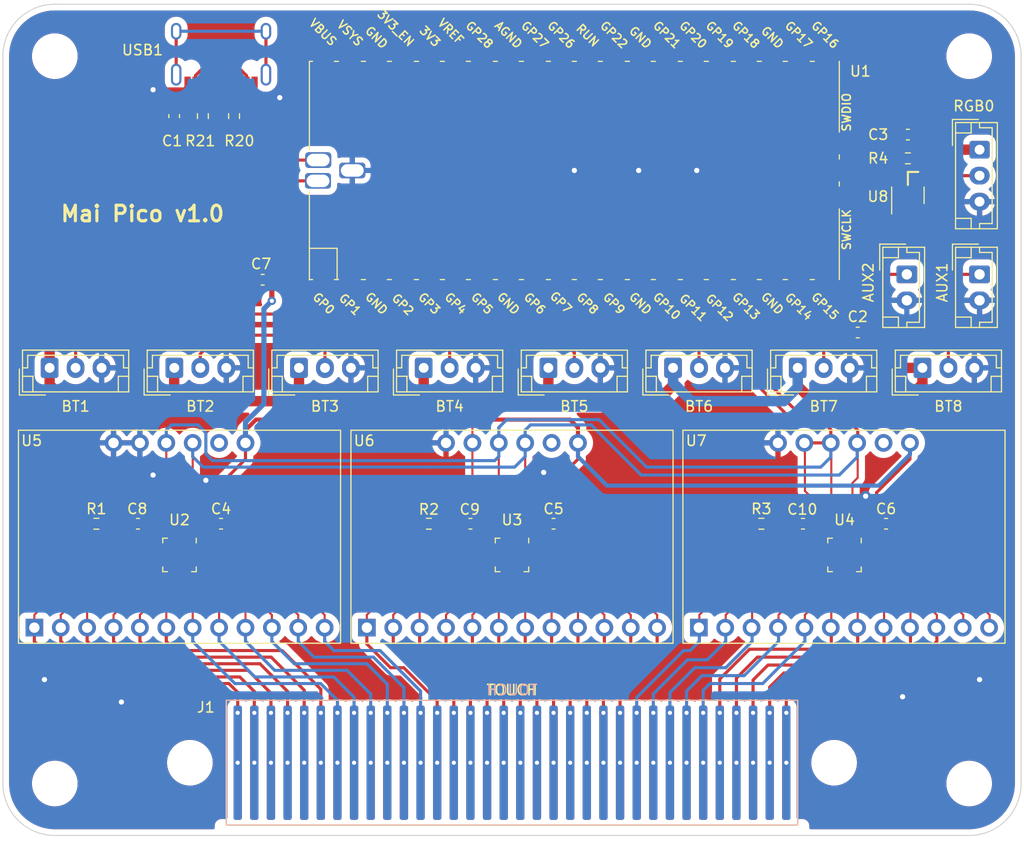
<source format=kicad_pcb>
(kicad_pcb (version 20211014) (generator pcbnew)
  (title_block (title "Teeny Controller for IIDX"))
  (layers (0 "F.Cu" signal) (31 "B.Cu" signal) (34 "B.Paste" user) (35 "F.Paste" user) (36 "B.SilkS" user "B.Silkscreen") (37 "F.SilkS" user "F.Silkscreen") (38 "B.Mask" user) (39 "F.Mask" user) (44 "Edge.Cuts" user))
  (net 0 "")
  (net 1 "GND")
  (net 2 "+5V")
  (net 3 "+3V3")
  (net 4 "Net-(R20-Pad1)")
  (net 5 "Net-(R21-Pad1)")
  (net 6 "Net-(BT1-Pad2)")
  (net 7 "Net-(C9-Pad1)")
  (net 8 "Net-(C10-Pad1)")
  (net 9 "/A1")
  (net 10 "/A2")
  (net 11 "Net-(U1-PadTP2)")
  (net 12 "Net-(U1-PadTP3)")
  (net 25 "unconnected-(USB1-Pad13)")
  (net 32 "Net-(BT2-Pad2)")
  (net 33 "/SCL")
  (net 34 "/A3")
  (net 35 "/A4")
  (net 36 "/A5")
  (net 37 "/A6")
  (net 38 "/A7")
  (net 39 "/A8")
  (net 40 "/A9")
  (net 41 "/A10")
  (net 42 "/A11")
  (net 43 "/A12")
  (net 44 "/B1")
  (net 45 "/B2")
  (net 46 "/B3")
  (net 47 "/B4")
  (net 48 "/B5")
  (net 49 "/B6")
  (net 50 "/B7")
  (net 51 "/B8")
  (net 52 "/B9")
  (net 53 "/B10")
  (net 56 "/B11")
  (net 57 "/B12")
  (net 58 "/C1")
  (net 59 "/C2")
  (net 60 "/C3")
  (net 61 "/C4")
  (net 62 "/C5")
  (net 63 "/C6")
  (net 64 "/C7")
  (net 65 "/C8")
  (net 66 "/C9")
  (net 67 "/C10")
  (net 68 "Net-(BT3-Pad2)")
  (net 69 "Net-(R2-Pad1)")
  (net 70 "Net-(R3-Pad1)")
  (net 71 "Net-(BT4-Pad2)")
  (net 72 "Net-(BT5-Pad2)")
  (net 73 "Net-(BT6-Pad2)")
  (net 74 "Net-(BT7-Pad2)")
  (net 76 "Net-(BT8-Pad2)")
  (net 77 "Net-(C8-Pad1)")
  (net 78 "Net-(R1-Pad1)")
  (net 79 "Net-(R4-Pad1)")
  (net 81 "Net-(AUX2-Pad1)")
  (net 82 "Net-(AUX1-Pad1)")
  (net 83 "Net-(R4-Pad2)")
  (net 87 "/C11")
  (net 88 "/C12")
  (net 93 "/SDA")
  (footprint "Connector_JST:JST_EH_B3B-EH-A_1x03_P2.50mm_Vertical" (layer "F.Cu") (at 89.82 95.4)
    (fp_text reference "BT3")
    (fp_text value "Conn_01x03")
  )
  (footprint "Connector_JST:JST_EH_B3B-EH-A_1x03_P2.50mm_Vertical" (layer "F.Cu") (at 65.82 95.4)
    (fp_text reference "BT1")
    (fp_text value "Conn_01x03")
  )
  (footprint "Connector_JST:JST_EH_B3B-EH-A_1x03_P2.50mm_Vertical" (layer "F.Cu") (at 137.82 95.4)
    (fp_text reference "BT7")
    (fp_text value "Conn_01x03")
  )
  (footprint "Package_DFN_QFN:UQFN-20_3x3mm_P0.4mm" (layer "F.Cu") (at 78.32 113.4 -90)
    (fp_text reference "U2")
    (fp_text value "MPR121QR2")
  )
  (footprint "mai_io:MPR121_BOARD" (layer "F.Cu") (at 110.32 120.4)
    (fp_text reference "U6")
    (fp_text value "MPR121QR2_BOARD")
  )
  (footprint "mai_io:MountingHole_3.2mm_M3" (layer "F.Cu") (at 79.32 133.4)
    (fp_text reference "SCR5" hide)
    (fp_text value "ScrewHole")
  )
  (footprint "Capacitor_SMD:C_0603_1608Metric_Pad1.08x0.95mm_HandSolder" (layer "F.Cu") (at 86.32 86.918 180)
    (fp_text reference "C7")
    (fp_text value "0.1uF")
  )
  (footprint "mai_io:RPi_Pico_SMD_Pins" (layer "F.Cu") (at 116.32 76.4 90)
    (fp_text reference "U1")
    (fp_text value "Pico")
  )
  (footprint "Package_DFN_QFN:UQFN-20_3x3mm_P0.4mm" (layer "F.Cu") (at 142.32 113.4 -90)
    (fp_text reference "U4")
    (fp_text value "MPR121QR2")
  )
  (footprint "Resistor_SMD:R_0603_1608Metric" (layer "F.Cu") (at 70.32 110.4)
    (fp_text reference "R1")
    (fp_text value "75K")
  )
  (footprint "mai_io:MountingHole_3.2mm_M3" (layer "F.Cu") (at 141.32 133.4)
    (fp_text reference "SCR6" hide)
    (fp_text value "ScrewHole")
  )
  (footprint "mai_io:MountingHole_3.2mm_M3" (layer "F.Cu") (at 66.32 65.4)
    (fp_text reference "SCR1" hide)
    (fp_text value "ScrewHole")
  )
  (footprint "Resistor_SMD:R_0603_1608Metric" (layer "F.Cu") (at 134.32 110.4)
    (fp_text reference "R3")
    (fp_text value "75K")
  )
  (footprint "mai_io:MountingHole_3.2mm_M3" (layer "F.Cu") (at 154.32 65.4)
    (fp_text reference "SCR2" hide)
    (fp_text value "ScrewHole")
  )
  (footprint "Connector_JST:JST_EH_B3B-EH-A_1x03_P2.50mm_Vertical" (layer "F.Cu") (at 125.82 95.4)
    (fp_text reference "BT6")
    (fp_text value "Conn_01x03")
  )
  (footprint "mai_io:MPR121_BOARD" (layer "F.Cu") (at 78.32 120.4)
    (fp_text reference "U5")
    (fp_text value "MPR121QR2_BOARD")
  )
  (footprint "Capacitor_SMD:C_0603_1608Metric_Pad1.08x0.95mm_HandSolder" (layer "F.Cu") (at 146.32 110.4)
    (fp_text reference "C6")
    (fp_text value "0.1uF")
  )
  (footprint "mai_io:MPR121_BOARD" (layer "F.Cu") (at 142.27 120.4)
    (fp_text reference "U7")
    (fp_text value "MPR121QR2_BOARD")
  )
  (footprint "Capacitor_SMD:C_0603_1608Metric_Pad1.08x0.95mm_HandSolder" (layer "F.Cu") (at 106.32 110.4 180)
    (fp_text reference "C9")
    (fp_text value "0.1uF")
  )
  (footprint "Resistor_SMD:R_0603_1608Metric" (layer "F.Cu") (at 148.42 75.234 180)
    (fp_text reference "R4")
    (fp_text value "10")
  )
  (footprint "Capacitor_SMD:C_0603_1608Metric_Pad1.08x0.95mm_HandSolder" (layer "F.Cu") (at 74.32 110.4 180)
    (fp_text reference "C8")
    (fp_text value "0.1uF")
  )
  (footprint "Package_DFN_QFN:UQFN-20_3x3mm_P0.4mm" (layer "F.Cu") (at 110.32 113.4 -90)
    (fp_text reference "U3")
    (fp_text value "MPR121QR2")
  )
  (footprint "Capacitor_SMD:C_0603_1608Metric_Pad1.08x0.95mm_HandSolder" (layer "F.Cu") (at 114.32 110.4)
    (fp_text reference "C5")
    (fp_text value "0.1uF")
  )
  (footprint "Connector_JST:JST_EH_B3B-EH-A_1x03_P2.50mm_Vertical" (layer "F.Cu") (at 77.82 95.4)
    (fp_text reference "BT2")
    (fp_text value "Conn_01x03")
  )
  (footprint "Connector_JST:JST_EH_B3B-EH-A_1x03_P2.50mm_Vertical" (layer "F.Cu") (at 149.82 95.4)
    (fp_text reference "BT8")
    (fp_text value "Conn_01x03")
  )
  (footprint "Resistor_SMD:R_0603_1608Metric" (layer "F.Cu") (at 83.57 71.17 -90)
    (fp_text reference "R20")
    (fp_text value "5K1" hide)
  )
  (footprint "mai_io:SOT-23-5_Jumper" (layer "F.Cu") (at 148.42 78.79 90)
    (fp_text reference "U8")
    (fp_text value "SN74LV1T34DBV" hide)
  )
  (footprint "Connector_JST:JST_EH_B2B-EH-A_1x02_P2.50mm_Vertical" (layer "F.Cu") (at 148.32 86.4 -90)
    (fp_text reference "AUX2")
    (fp_text value "Conn_01x02")
  )
  (footprint "Connector_JST:JST_EH_B3B-EH-A_1x03_P2.50mm_Vertical" (layer "F.Cu") (at 113.82 95.4)
    (fp_text reference "BT5")
    (fp_text value "Conn_01x03")
  )
  (footprint "Capacitor_SMD:C_0603_1608Metric_Pad1.08x0.95mm_HandSolder" (layer "F.Cu") (at 148.42 72.948 180)
    (fp_text reference "C3")
    (fp_text value "0.1uF")
  )
  (footprint "Capacitor_SMD:C_0603_1608Metric_Pad1.08x0.95mm_HandSolder" (layer "F.Cu") (at 82.32 110.4)
    (fp_text reference "C4")
    (fp_text value "0.1uF")
  )
  (footprint "Resistor_SMD:R_0603_1608Metric" (layer "F.Cu") (at 80.57 71.17 -90)
    (fp_text reference "R21")
    (fp_text value "5K1" hide)
  )
  (footprint "Connector_JST:JST_EH_B3B-EH-A_1x03_P2.50mm_Vertical" (layer "F.Cu") (at 155.32 74.4 -90)
    (fp_text reference "RGB0")
    (fp_text value "Conn_01x03")
  )
  (footprint "Connector_JST:JST_EH_B3B-EH-A_1x03_P2.50mm_Vertical" (layer "F.Cu") (at 101.82 95.4)
    (fp_text reference "BT4")
    (fp_text value "Conn_01x03")
  )
  (footprint "Resistor_SMD:R_0603_1608Metric" (layer "F.Cu") (at 102.32 110.4)
    (fp_text reference "R2")
    (fp_text value "75K")
  )
  (footprint "Connector_JST:JST_EH_B2B-EH-A_1x02_P2.50mm_Vertical" (layer "F.Cu") (at 155.32 86.4 -90)
    (fp_text reference "AUX1")
    (fp_text value "Conn_01x02")
  )
  (footprint "Capacitor_SMD:C_0603_1608Metric_Pad1.08x0.95mm_HandSolder" (layer "F.Cu") (at 138.32 110.4 180)
    (fp_text reference "C10")
    (fp_text value "0.1uF")
  )
  (footprint "mai_io:MountingHole_3.2mm_M3" (layer "F.Cu") (at 66.32 135.4)
    (fp_text reference "SCR3" hide)
    (fp_text value "ScrewHole")
  )
  (footprint "mai_io:MountingHole_3.2mm_M3" (layer "F.Cu") (at 154.32 135.4)
    (fp_text reference "SCR4" hide)
    (fp_text value "ScrewHole")
  )
  (footprint "Capacitor_SMD:C_0603_1608Metric_Pad1.08x0.95mm_HandSolder" (layer "F.Cu") (at 143.594 91.998 180)
    (fp_text reference "C2")
    (fp_text value "0.1uF")
  )
  (footprint "Type-C:HRO-TYPE-C-31-M-12-Assembly" (layer "F.Cu") (at 82.32 60.4 180)
    (fp_text reference "USB1")
    (fp_text value "U262-161N-4BVC11" hide)
  )
  (footprint "Capacitor_SMD:C_0603_1608Metric_Pad1.08x0.95mm_HandSolder" (layer "F.Cu") (at 77.808 71.17 -90)
    (fp_text reference "C1")
    (fp_text value "0.1uF")
  )
  (footprint "mai_io:MaiTouch_Conn34" (layer "B.Cu") (at 110.32 133.4)
    (fp_text reference "J1")
    (fp_text value "Conn_01x34_Female" hide)
  )
  (gr_arc (start 61.32 65.4) (mid 62.784466 61.864466) (end 66.32 60.4) (layer "Edge.Cuts") (width 0.1))
  (gr_line (start 66.32 60.4) (end 154.32 60.4) (layer "Edge.Cuts") (width 0.1))
  (gr_arc (start 154.32 60.4) (mid 157.855534 61.864466) (end 159.32 65.4) (layer "Edge.Cuts") (width 0.1))
  (gr_arc (start 159.32 135.4) (mid 157.855534 138.935534) (end 154.32 140.4) (layer "Edge.Cuts") (width 0.1))
  (gr_line (start 159.32 65.4) (end 159.32 135.4) (layer "Edge.Cuts") (width 0.1))
  (gr_arc (start 66.32 140.4) (mid 62.784466 138.935534) (end 61.32 135.4) (layer "Edge.Cuts") (width 0.1))
  (gr_line (start 61.32 135.4) (end 61.32 65.4) (layer "Edge.Cuts") (width 0.1))
  (gr_line (start 66.32 140.4) (end 154.32 140.4) (layer "Edge.Cuts") (width 0.1))
  (gr_text "Mai Pico v1.0" (at 74.76 80.568) (layer "F.SilkS") (effects (font (size 1.5 1.5) (thickness 0.3))))
  (segment (start 79.095 68.095) (end 79.095 68.384) (width 0.5) (layer "F.Cu") (net 1))
  (segment (start 78.824 68.655) (end 75.801 68.655) (width 0.5) (layer "F.Cu") (net 1))
  (segment (start 79.095 68.384) (end 78.824 68.655) (width 0.5) (layer "F.Cu") (net 1))
  (segment (start 105.4575 111.2655) (end 106.792 112.6) (width 0.2) (layer "F.Cu") (net 1))
  (segment (start 74.51 102.62) (end 74.51 107.242) (width 0.2) (layer "F.Cu") (net 1))
  (segment (start 77.92 110.652) (end 77.92 112.0125) (width 0.2) (layer "F.Cu") (net 1))
  (segment (start 85.545 68.996348) (end 85.936 69.387348) (width 0.5) (layer "F.Cu") (net 1))
  (segment (start 74.51 107.242) (end 77.92 110.652) (width 0.2) (layer "F.Cu") (net 1))
  (segment (start 75.801 68.655) (end 75.776 68.63) (width 0.5) (layer "F.Cu") (net 1))
  (segment (start 73.4575 111.2655) (end 74.792 112.6) (width 0.2) (layer "F.Cu") (net 1))
  (segment (start 85.545 68.095) (end 85.545 68.996348) (width 0.5) (layer "F.Cu") (net 1))
  (segment (start 73.4575 110.4) (end 73.4575 111.2655) (width 0.2) (layer "F.Cu") (net 1))
  (segment (start 138.792 112.6) (end 140.9325 112.6) (width 0.2) (layer "F.Cu") (net 1))
  (segment (start 106.792 112.6) (end 108.9325 112.6) (width 0.2) (layer "F.Cu") (net 1))
  (segment (start 74.792 112.6) (end 76.9325 112.6) (width 0.2) (layer "F.Cu") (net 1))
  (segment (start 137.4575 110.4) (end 137.4575 111.2655) (width 0.2) (layer "F.Cu") (net 1))
  (segment (start 105.4575 110.4) (end 105.4575 111.2655) (width 0.2) (layer "F.Cu") (net 1))
  (segment (start 85.936 69.387348) (end 88.226652 69.387348) (width 0.5) (layer "F.Cu") (net 1))
  (segment (start 137.4575 111.2655) (end 138.792 112.6) (width 0.2) (layer "F.Cu") (net 1))
  (via (at 122.512 76.4) (size 1) (drill 0.5) (layers "F.Cu" "B.Cu") (net 1))
  (via (at 75.776 68.63) (size 1) (drill 0.5) (layers "F.Cu" "B.Cu") (net 1))
  (via (at 144.356 107.746) (size 1) (drill 0.5) (layers "F.Cu" "B.Cu") (net 1))
  (via (at 128.1 76.4) (size 1) (drill 0.5) (layers "F.Cu" "B.Cu") (net 1))
  (via (at 65.32 125.4) (size 1) (drill 0.5) (layers "F.Cu" "B.Cu") (net 1))
  (via (at 72.728 127.558) (size 1) (drill 0.5) (layers "F.Cu" "B.Cu") (net 1))
  (via (at 155.32 125.4) (size 1) (drill 0.5) (layers "F.Cu" "B.Cu") (net 1))
  (via (at 113.368 105.46) (size 1) (drill 0.5) (layers "F.Cu" "B.Cu") (net 1))
  (via (at 116.32 76.4) (size 1) (drill 0.5) (layers "F.Cu" "B.Cu") (net 1))
  (via (at 87.968 69.392) (size 1) (drill 0.5) (layers "F.Cu" "B.Cu") (net 1))
  (via (at 147.912 127.05) (size 1) (drill 0.5) (layers "F.Cu" "B.Cu") (net 1))
  (via (at 80.856 106.222) (size 1) (drill 0.5) (layers "F.Cu" "B.Cu") (net 1))
  (via (at 75.776 105.714) (size 1) (drill 0.5) (layers "F.Cu" "B.Cu") (net 1))
  (segment (start 79.122719 70.3075) (end 77.808 70.3075) (width 0.6) (layer "F.Cu") (net 2))
  (segment (start 139.022 98.348) (end 148.42 98.348) (width 1) (layer "F.Cu") (net 2))
  (segment (start 101.938 98.602) (end 113.876 98.602) (width 1) (layer "F.Cu") (net 2))
  (segment (start 145.118 67.614) (end 145.118 65.074) (width 1) (layer "F.Cu") (net 2))
  (segment (start 83.59 66.09) (end 84.77 67.27) (width 0.3) (layer "F.Cu") (net 2))
  (segment (start 92.19 68.98) (end 92.19 66.6) (width 0.6) (layer "F.Cu") (net 2))
  (segment (start 149.2825 71.7785) (end 145.118 67.614) (width 1) (layer "F.Cu") (net 2))
  (segment (start 89.82 95.4) (end 89.82 98.528) (width 1) (layer "F.Cu") (net 2))
  (segment (start 125.82 97.072) (end 125.82 95.4) (width 1) (layer "F.Cu") (net 2))
  (segment (start 77.808 95.412) (end 77.808 98.602) (width 1) (layer "F.Cu") (net 2))
  (segment (start 148.42 98.348) (end 149.82 96.948) (width 1) (layer "F.Cu") (net 2))
  (segment (start 142.832 62.788) (end 93.556 62.788) (width 1) (layer "F.Cu") (net 2))
  (segment (start 79.87 69.560219) (end 79.122719 70.3075) (width 0.6) (layer "F.Cu") (net 2))
  (segment (start 75.3685 70.3075) (end 77.808 70.3075) (width 1) (layer "F.Cu") (net 2))
  (segment (start 67.394 98.602) (end 77.808 98.602) (width 1) (layer "F.Cu") (net 2))
  (segment (start 152.158 74.4) (end 150.706 72.948) (width 1) (layer "F.Cu") (net 2))
  (segment (start 81.028573 66.09) (end 83.59 66.09) (width 0.3) (layer "F.Cu") (net 2))
  (segment (start 146.134 76.758) (end 147.0285 77.6525) (width 0.3) (layer "F.Cu") (net 2))
  (segment (start 101.82 95.4) (end 101.82 98.484) (width 1) (layer "F.Cu") (net 2))
  (segment (start 93.556 62.788) (end 92.19 64.154) (width 1) (layer "F.Cu") (net 2))
  (segment (start 92.19 64.154) (end 92.19 66.6) (width 1) (layer "F.Cu") (net 2))
  (segment (start 148.838271 74.053729) (end 146.93662 74.053729) (width 0.3) (layer "F.Cu") (net 2))
  (segment (start 137.82 97.146) (end 139.022 98.348) (width 1) (layer "F.Cu") (net 2))
  (segment (start 147.0285 77.6525) (end 147.47 77.6525) (width 0.3) (layer "F.Cu") (net 2))
  (segment (start 84.77 69.496) (end 85.682 70.408) (width 0.6) (layer "F.Cu") (net 2))
  (segment (start 144.4565 92.779872) (end 144.4565 91.998) (width 1) (layer "F.Cu") (net 2))
  (segment (start 113.876 98.602) (end 124.29 98.602) (width 1) (layer "F.Cu") (net 2))
  (segment (start 146.93662 74.053729) (end 146.134 74.856349) (width 0.3) (layer "F.Cu") (net 2))
  (segment (start 113.82 95.4) (end 113.82 98.546) (width 1) (layer "F.Cu") (net 2))
  (segment (start 149.2825 73.6095) (end 148.838271 74.053729) (width 0.3) (layer "F.Cu") (net 2))
  (segment (start 89.746 98.602) (end 101.938 98.602) (width 1) (layer "F.Cu") (net 2))
  (segment (start 146.134 74.856349) (end 146.134 76.758) (width 0.3) (layer "F.Cu") (net 2))
  (segment (start 149.82 96.948) (end 149.82 95.4) (width 1) (layer "F.Cu") (net 2))
  (segment (start 65.82 97.028) (end 67.394 98.602) (width 1) (layer "F.Cu") (net 2))
  (segment (start 65.82 95.4) (end 65.82 79.856) (width 1) (layer "F.Cu") (net 2))
  (segment (start 150.706 72.948) (end 149.2825 72.948) (width 1) (layer "F.Cu") (net 2))
  (segment (start 79.87 68.095) (end 79.87 69.560219) (width 0.6) (layer "F.Cu") (net 2))
  (segment (start 124.29 98.602) (end 125.82 97.072) (width 1) (layer "F.Cu") (net 2))
  (segment (start 147.076628 95.4) (end 144.4565 92.779872) (width 1) (layer "F.Cu") (net 2))
  (segment (start 77.82 95.4) (end 77.808 95.412) (width 1) (layer "F.Cu") (net 2))
  (segment (start 90.762 70.408) (end 92.19 68.98) (width 0.6) (layer "F.Cu") (net 2))
  (segment (start 149.2825 72.948) (end 149.2825 73.6095) (width 0.3) (layer "F.Cu") (net 2))
  (segment (start 85.682 70.408) (end 90.762 70.408) (width 0.6) (layer "F.Cu") (net 2))
  (segment (start 149.82 95.4) (end 147.076628 95.4) (width 1) (layer "F.Cu") (net 2))
  (segment (start 77.808 98.602) (end 89.746 98.602) (width 1) (layer "F.Cu") (net 2))
  (segment (start 84.77 67.27) (end 84.77 68.095) (width 0.3) (layer "F.Cu") (net 2))
  (segment (start 155.32 74.4) (end 152.158 74.4) (width 1) (layer "F.Cu") (net 2))
  (segment (start 149.2825 72.948) (end 149.2825 71.7785) (width 1) (layer "F.Cu") (net 2))
  (segment (start 65.82 95.4) (end 65.82 97.028) (width 1) (layer "F.Cu") (net 2))
  (segment (start 84.77 68.095) (end 84.77 69.496) (width 0.6) (layer "F.Cu") (net 2))
  (segment (start 65.82 79.856) (end 75.3685 70.3075) (width 1) (layer "F.Cu") (net 2))
  (segment (start 137.82 95.4) (end 137.82 97.146) (width 1) (layer "F.Cu") (net 2))
  (segment (start 79.87 68.095) (end 79.87 67.248573) (width 0.3) (layer "F.Cu") (net 2))
  (segment (start 79.87 67.248573) (end 81.028573 66.09) (width 0.3) (layer "F.Cu") (net 2))
  (segment (start 145.118 65.074) (end 142.832 62.788) (width 1) (layer "F.Cu") (net 2))
  (segment (start 136.482 98.602) (end 137.82 97.264) (width 1) (layer "B.Cu") (net 2))
  (segment (start 127.592 98.602) (end 136.482 98.602) (width 1) (layer "B.Cu") (net 2))
  (segment (start 125.82 95.4) (end 125.82 96.83) (width 1) (layer "B.Cu") (net 2))
  (segment (start 125.82 96.83) (end 127.592 98.602) (width 1) (layer "B.Cu") (net 2))
  (segment (start 137.82 97.264) (end 137.82 95.4) (width 1) (layer "B.Cu") (net 2))
  (segment (start 116.67 102.62) (end 116.67 104.186) (width 0.3) (layer "F.Cu") (net 3))
  (segment (start 87.206 84.886) (end 87.206 88.95) (width 0.5) (layer "F.Cu") (net 3))
  (segment (start 102.35 66.6) (end 102.35 68.98) (width 0.5) (layer "F.Cu") (net 3))
  (segment (start 116.67 104.186) (end 113.4575 107.3985) (width 0.3) (layer "F.Cu") (net 3))
  (segment (start 113.4575 111.7165) (end 113.4575 110.4) (width 0.2) (layer "F.Cu") (net 3))
  (segment (start 102.35 68.98) (end 97.112 74.218) (width 0.5) (layer "F.Cu") (net 3))
  (segment (start 93.81 81.33) (end 90.762 81.33) (width 0.5) (layer "F.Cu") (net 3))
  (segment (start 81.4575 107.3985) (end 81.4575 110.4) (width 0.3) (layer "F.Cu") (net 3))
  (segment (start 79.7075 112.6) (end 80.574 112.6) (width 0.2) (layer "F.Cu") (net 3))
  (segment (start 106.51 102.62) (end 106.51 100.38) (width 0.2) (layer "F.Cu") (net 3))
  (segment (start 84.67 102.62) (end 84.67 104.186) (width 0.3) (layer "F.Cu") (net 3))
  (segment (start 144.574 112.6) (end 145.4575 111.7165) (width 0.2) (layer "F.Cu") (net 3))
  (segment (start 97.112 74.218) (end 97.112 78.028) (width 0.5) (layer "F.Cu") (net 3))
  (segment (start 111.7075 112.6) (end 112.574 112.6) (width 0.2) (layer "F.Cu") (net 3))
  (segment (start 109.92 110.652) (end 109.92 112.0125) (width 0.2) (layer "F.Cu") (net 3))
  (segment (start 97.112 78.028) (end 93.81 81.33) (width 0.5) (layer "F.Cu") (net 3))
  (segment (start 90.762 81.33) (end 87.206 84.886) (width 0.5) (layer "F.Cu") (net 3))
  (segment (start 84.67 101.392) (end 85.682 100.38) (width 0.4) (layer "F.Cu") (net 3))
  (segment (start 145.4575 111.7165) (end 145.4575 110.4) (width 0.2) (layer "F.Cu") (net 3))
  (segment (start 116.67 101.142) (end 116.67 102.62) (width 0.4) (layer "F.Cu") (net 3))
  (segment (start 84.67 102.62) (end 84.67 101.392) (width 0.4) (layer "F.Cu") (net 3))
  (segment (start 148.62 104.186) (end 145.4075 107.3985) (width 0.3) (layer "F.Cu") (net 3))
  (segment (start 145.4075 107.3985) (end 145.4075 110.4) (width 0.3) (layer "F.Cu") (net 3))
  (segment (start 113.4575 107.3985) (end 113.4575 110.4) (width 0.3) (layer "F.Cu") (net 3))
  (segment (start 112.574 112.6) (end 113.4575 111.7165) (width 0.2) (layer "F.Cu") (net 3))
  (segment (start 80.574 112.6) (end 81.4575 111.7165) (width 0.2) (layer "F.Cu") (net 3))
  (segment (start 148.62 102.62) (end 148.62 104.186) (width 0.3) (layer "F.Cu") (net 3))
  (segment (start 106.51 107.242) (end 109.92 110.652) (width 0.2) (layer "F.Cu") (net 3))
  (segment (start 106.51 102.62) (end 106.51 107.242) (width 0.2) (layer "F.Cu") (net 3))
  (segment (start 143.7075 112.6) (end 144.574 112.6) (width 0.2) (layer "F.Cu") (net 3))
  (segment (start 84.67 104.186) (end 81.4575 107.3985) (width 0.3) (layer "F.Cu") (net 3))
  (segment (start 106.51 100.38) (end 115.908 100.38) (width 0.4) (layer "F.Cu") (net 3))
  (segment (start 81.4575 111.7165) (end 81.4575 110.4) (width 0.2) (layer "F.Cu") (net 3))
  (segment (start 115.908 100.38) (end 116.67 101.142) (width 0.4) (layer "F.Cu") (net 3))
  (segment (start 85.682 100.38) (end 106.51 100.38) (width 0.4) (layer "F.Cu") (net 3))
  (via (at 87.206 88.95) (size 0.8) (drill 0.4) (layers "F.Cu" "B.Cu") (net 3))
  (segment (start 116.67 103.936) (end 116.67 102.62) (width 0.4) (layer "B.Cu") (net 3))
  (segment (start 87.206 88.95) (end 86.444 89.712) (width 0.5) (layer "B.Cu") (net 3))
  (segment (start 145.626 106.73) (end 119.464 106.73) (width 0.4) (layer "B.Cu") (net 3))
  (segment (start 148.62 103.736) (end 145.626 106.73) (width 0.4) (layer "B.Cu") (net 3))
  (segment (start 84.67 100.63) (end 84.67 102.62) (width 0.5) (layer "B.Cu") (net 3))
  (segment (start 86.444 98.856) (end 84.67 100.63) (width 0.5) (layer "B.Cu") (net 3))
  (segment (start 86.444 89.712) (end 86.444 98.856) (width 0.5) (layer "B.Cu") (net 3))
  (segment (start 148.62 102.62) (end 148.62 103.736) (width 0.4) (layer "B.Cu") (net 3))
  (segment (start 119.464 106.73) (end 116.67 103.936) (width 0.4) (layer "B.Cu") (net 3))
  (segment (start 83.57 68.095) (end 83.57 70.345) (width 0.3) (layer "F.Cu") (net 4))
  (segment (start 80.57 68.095) (end 80.57 70.345) (width 0.3) (layer "F.Cu") (net 5))
  (segment (start 92.19 88.538) (end 90.508 90.22) (width 0.3) (layer "F.Cu") (net 6))
  (segment (start 90.508 90.22) (end 70.696 90.22) (width 0.3) (layer "F.Cu") (net 6))
  (segment (start 70.696 90.22) (end 68.32 92.596) (width 0.3) (layer "F.Cu") (net 6))
  (segment (start 92.19 86.2) (end 92.19 88.538) (width 0.3) (layer "F.Cu") (net 6))
  (segment (start 68.32 92.596) (end 68.32 95.4) (width 0.3) (layer "F.Cu") (net 6))
  (segment (start 107.1825 110.4) (end 108.652 110.4) (width 0.2) (layer "F.Cu") (net 7))
  (segment (start 108.652 110.4) (end 109.52 111.268) (width 0.2) (layer "F.Cu") (net 7))
  (segment (start 109.52 111.268) (end 109.52 112.0125) (width 0.2) (layer "F.Cu") (net 7))
  (segment (start 139.1825 110.4) (end 140.652 110.4) (width 0.2) (layer "F.Cu") (net 8))
  (segment (start 140.652 110.4) (end 141.52 111.268) (width 0.2) (layer "F.Cu") (net 8))
  (segment (start 141.52 111.268) (end 141.52 112.0125) (width 0.2) (layer "F.Cu") (net 8))
  (segment (start 76.9325 113.4) (end 74.064 113.4) (width 0.2) (layer "F.Cu") (net 9))
  (segment (start 64.35 120.4) (end 64.35 121.72) (width 0.3) (layer "F.Cu") (net 9))
  (segment (start 64.35 121.72) (end 68.41 125.78) (width 0.3) (layer "F.Cu") (net 9))
  (segment (start 68.41 125.78) (end 83.074562 125.78) (width 0.3) (layer "F.Cu") (net 9))
  (segment (start 64.35 119.172) (end 69.426 114.096) (width 0.2) (layer "F.Cu") (net 9))
  (segment (start 83.074562 125.78) (end 83.92 126.625438) (width 0.3) (layer "F.Cu") (net 9))
  (segment (start 83.92 126.625438) (end 83.92 133.4) (width 0.3) (layer "F.Cu") (net 9))
  (segment (start 73.368 114.096) (end 69.426 114.096) (width 0.2) (layer "F.Cu") (net 9))
  (segment (start 74.064 113.4) (end 73.368 114.096) (width 0.2) (layer "F.Cu") (net 9))
  (segment (start 64.35 120.4) (end 64.35 119.172) (width 0.2) (layer "F.Cu") (net 9))
  (segment (start 85.52 126.53875) (end 85.52 133.4) (width 0.3) (layer "F.Cu") (net 10))
  (segment (start 71.204 114.858) (end 66.89 119.172) (width 0.2) (layer "F.Cu") (net 10))
  (segment (start 66.89 120.4) (end 66.89 121.695) (width 0.3) (layer "F.Cu") (net 10))
  (segment (start 76.9325 113.8) (end 74.802 113.8) (width 0.2) (layer "F.Cu") (net 10))
  (segment (start 84.12625 125.145) (end 85.52 126.53875) (width 0.3) (layer "F.Cu") (net 10))
  (segment (start 70.34 125.145) (end 84.12625 125.145) (width 0.3) (layer "F.Cu") (net 10))
  (segment (start 73.744 114.858) (end 71.204 114.858) (width 0.2) (layer "F.Cu") (net 10))
  (segment (start 74.802 113.8) (end 73.744 114.858) (width 0.2) (layer "F.Cu") (net 10))
  (segment (start 66.89 121.695) (end 70.34 125.145) (width 0.3) (layer "F.Cu") (net 10))
  (segment (start 66.89 119.172) (end 66.89 120.4) (width 0.2) (layer "F.Cu") (net 10))
  (segment (start 82.069378 67.082763) (end 82.392687 66.759454) (width 0.3) (layer "F.Cu") (net 11))
  (segment (start 82.07 68.095) (end 82.07 67.083385) (width 0.3) (layer "F.Cu") (net 11))
  (segment (start 82.797421 66.759454) (end 83.070438 67.032471) (width 0.3) (layer "F.Cu") (net 11))
  (segment (start 82.07 67.083385) (end 82.069378 67.082763) (width 0.3) (layer "F.Cu") (net 11))
  (segment (start 82.38 70.154) (end 83.07 69.464) (width 0.3) (layer "F.Cu") (net 11))
  (segment (start 82.392687 66.759454) (end 82.797421 66.759454) (width 0.3) (layer "F.Cu") (net 11))
  (segment (start 82.38 74.218) (end 82.38 70.154) (width 0.3) (layer "F.Cu") (net 11))
  (segment (start 91.67 75.4) (end 83.562 75.4) (width 0.3) (layer "F.Cu") (net 11))
  (segment (start 83.07 67.032909) (end 83.07 68.095) (width 0.3) (layer "F.Cu") (net 11))
  (segment (start 83.070438 67.032471) (end 83.07 67.032909) (width 0.3) (layer "F.Cu") (net 11))
  (segment (start 83.07 69.464) (end 83.07 68.095) (width 0.3) (layer "F.Cu") (net 11))
  (segment (start 83.562 75.4) (end 82.38 74.218) (width 0.3) (layer "F.Cu") (net 11))
  (segment (start 82.57 69.12) (end 82.121264 69.568736) (width 0.3) (layer "F.Cu") (net 12))
  (segment (start 91.65 77.4) (end 84.8 77.4) (width 0.3) (layer "F.Cu") (net 12))
  (segment (start 81.870975 74.470975) (end 81.870975 69.568736) (width 0.3) (layer "F.Cu") (net 12))
  (segment (start 81.870975 69.568736) (end 81.57 69.267761) (width 0.3) (layer "F.Cu") (net 12))
  (segment (start 84.8 77.4) (end 81.870975 74.470975) (width 0.3) (layer "F.Cu") (net 12))
  (segment (start 82.121264 69.568736) (end 81.870975 69.568736) (width 0.3) (layer "F.Cu") (net 12))
  (segment (start 82.57 68.095) (end 82.57 69.12) (width 0.3) (layer "F.Cu") (net 12))
  (segment (start 81.57 69.267761) (end 81.57 68.095) (width 0.3) (layer "F.Cu") (net 12))
  (segment (start 86.64 67.18) (end 86.64 63) (width 0.3) (layer "F.Cu") (net 25))
  (segment (start 78 67.18) (end 78 63) (width 0.3) (layer "F.Cu") (net 25))
  (segment (start 78 63) (end 86.64 63) (width 0.3) (layer "B.Cu") (net 25))
  (segment (start 94.73 88.792) (end 91.27 92.252) (width 0.3) (layer "F.Cu") (net 32))
  (segment (start 91.27 92.252) (end 82.126 92.252) (width 0.3) (layer "F.Cu") (net 32))
  (segment (start 94.73 86.2) (end 94.73 88.792) (width 0.3) (layer "F.Cu") (net 32))
  (segment (start 80.32 94.058) (end 80.32 95.4) (width 0.3) (layer "F.Cu") (net 32))
  (segment (start 82.126 92.252) (end 80.32 94.058) (width 0.3) (layer "F.Cu") (net 32))
  (segment (start 110.72 110.644) (end 110.72 112.0125) (width 0.2) (layer "F.Cu") (net 33))
  (segment (start 143.086 110.278) (end 142.72 110.644) (width 0.2) (layer "F.Cu") (net 33))
  (segment (start 143.594 102.566) (end 143.54 102.62) (width 0.3) (layer "F.Cu") (net 33))
  (segment (start 143.59 105.972) (end 143.086 106.476) (width 0.2) (layer "F.Cu") (net 33))
  (segment (start 111.59 102.62) (end 111.59 109.774) (width 0.2) (layer "F.Cu") (net 33))
  (segment (start 143.086 106.476) (end 143.086 110.278) (width 0.2) (layer "F.Cu") (net 33))
  (segment (start 142.72 110.644) (end 142.72 112.0125) (width 0.2) (layer "F.Cu") (net 33))
  (segment (start 116.67 90.22) (end 117.94 90.22) (width 0.3) (layer "F.Cu") (net 33))
  (segment (start 143.59 102.62) (end 143.59 105.972) (width 0.2) (layer "F.Cu") (net 33))
  (segment (start 111.59 109.774) (end 110.72 110.644) (width 0.2) (layer "F.Cu") (net 33))
  (segment (start 115.05 86.2) (end 115.05 88.6) (width 0.3) (layer "F.Cu") (net 33))
  (segment (start 129.878 92.506) (end 132.164 92.506) (width 0.3) (layer "F.Cu") (net 33))
  (segment (start 142.07 99.872) (end 143.594 101.396) (width 0.3) (layer "F.Cu") (net 33))
  (segment (start 79.59 102.62) (end 79.59 109.774) (width 0.2) (layer "F.Cu") (net 33))
  (segment (start 138.006 99.872) (end 142.07 99.872) (width 0.3) (layer "F.Cu") (net 33))
  (segment (start 132.164 92.506) (end 134.704 95.046) (width 0.3) (layer "F.Cu") (net 33))
  (segment (start 117.94 90.22) (end 119.464 91.744) (width 0.3) (layer "F.Cu") (net 33))
  (segment (start 134.704 96.57) (end 138.006 99.872) (width 0.3) (layer "F.Cu") (net 33))
  (segment (start 119.464 91.744) (end 129.116 91.744) (width 0.3) (layer "F.Cu") (net 33))
  (segment (start 143.594 101.396) (end 143.594 102.566) (width 0.3) (layer "F.Cu") (net 33))
  (segment (start 134.704 95.046) (end 134.704 96.57) (width 0.3) (layer "F.Cu") (net 33))
  (segment (start 129.116 91.744) (end 129.878 92.506) (width 0.3) (layer "F.Cu") (net 33))
  (segment (start 115.05 88.6) (end 116.67 90.22) (width 0.3) (layer "F.Cu") (net 33))
  (segment (start 78.72 110.644) (end 78.72 112.0125) (width 0.2) (layer "F.Cu") (net 33))
  (segment (start 79.59 109.774) (end 78.72 110.644) (width 0.2) (layer "F.Cu") (net 33))
  (segment (start 122.766 105.714) (end 117.94 100.888) (width 0.3) (layer "B.Cu") (net 33))
  (segment (start 111.59 102.62) (end 111.59 103.936) (width 0.3) (layer "B.Cu") (net 33))
  (segment (start 117.94 100.888) (end 112.098 100.888) (width 0.3) (layer "B.Cu") (net 33))
  (segment (start 80.602 104.952) (end 79.59 103.94) (width 0.3) (layer "B.Cu") (net 33))
  (segment (start 80.856 104.952) (end 80.602 104.952) (width 0.3) (layer "B.Cu") (net 33))
  (segment (start 143.54 102.62) (end 143.54 103.99) (width 0.3) (layer "B.Cu") (net 33))
  (segment (start 101.938 104.952) (end 80.856 104.952) (width 0.3) (layer "B.Cu") (net 33))
  (segment (start 143.54 103.99) (end 141.816 105.714) (width 0.3) (layer "B.Cu") (net 33))
  (segment (start 110.574 104.952) (end 101.938 104.952) (width 0.3) (layer "B.Cu") (net 33))
  (segment (start 112.098 100.888) (end 111.59 101.396) (width 0.3) (layer "B.Cu") (net 33))
  (segment (start 79.59 103.94) (end 79.59 102.62) (width 0.3) (layer "B.Cu") (net 33))
  (segment (start 111.59 103.936) (end 110.574 104.952) (width 0.3) (layer "B.Cu") (net 33))
  (segment (start 111.59 101.396) (end 111.59 102.62) (width 0.3) (layer "B.Cu") (net 33))
  (segment (start 141.816 105.714) (end 122.766 105.714) (width 0.3) (layer "B.Cu") (net 33))
  (segment (start 75.672 114.2) (end 74.252 115.62) (width 0.2) (layer "F.Cu") (net 34))
  (segment (start 69.43 121.695) (end 72.245 124.51) (width 0.3) (layer "F.Cu") (net 34))
  (segment (start 84.92 124.51) (end 87.12 126.71) (width 0.3) (layer "F.Cu") (net 34))
  (segment (start 76.9325 114.2) (end 75.672 114.2) (width 0.2) (layer "F.Cu") (net 34))
  (segment (start 87.12 126.71) (end 87.12 133.4) (width 0.3) (layer "F.Cu") (net 34))
  (segment (start 74.252 115.62) (end 72.728 115.62) (width 0.2) (layer "F.Cu") (net 34))
  (segment (start 69.43 118.918) (end 69.43 120.4) (width 0.2) (layer "F.Cu") (net 34))
  (segment (start 72.245 124.51) (end 84.92 124.51) (width 0.3) (layer "F.Cu") (net 34))
  (segment (start 72.728 115.62) (end 69.43 118.918) (width 0.2) (layer "F.Cu") (net 34))
  (segment (start 69.43 120.4) (end 69.43 121.695) (width 0.3) (layer "F.Cu") (net 34))
  (segment (start 71.97 121.72) (end 71.97 120.4) (width 0.3) (layer "F.Cu") (net 35))
  (segment (start 88.72 126.535) (end 86.06 123.875) (width 0.3) (layer "F.Cu") (net 35))
  (segment (start 71.97 119.172) (end 75.014 116.128) (width 0.2) (layer "F.Cu") (net 35))
  (segment (start 74.125 123.875) (end 71.97 121.72) (width 0.3) (layer "F.Cu") (net 35))
  (segment (start 71.97 120.4) (end 71.97 119.172) (width 0.2) (layer "F.Cu") (net 35))
  (segment (start 76.792 116.128) (end 77.52 115.4) (width 0.2) (layer "F.Cu") (net 35))
  (segment (start 77.52 115.4) (end 77.52 114.7875) (width 0.2) (layer "F.Cu") (net 35))
  (segment (start 88.72 133.4) (end 88.72 126.535) (width 0.3) (layer "F.Cu") (net 35))
  (segment (start 86.06 123.875) (end 74.125 123.875) (width 0.3) (layer "F.Cu") (net 35))
  (segment (start 75.014 116.128) (end 76.792 116.128) (width 0.2) (layer "F.Cu") (net 35))
  (segment (start 90.32 126.4175) (end 90.32 133.4) (width 0.3) (layer "F.Cu") (net 36))
  (segment (start 74.51 120.4) (end 74.51 121.72) (width 0.3) (layer "F.Cu") (net 36))
  (segment (start 74.51 119.172) (end 77.92 115.762) (width 0.2) (layer "F.Cu") (net 36))
  (segment (start 87.1425 123.24) (end 90.32 126.4175) (width 0.3) (layer "F.Cu") (net 36))
  (segment (start 74.51 121.72) (end 76.03 123.24) (width 0.3) (layer "F.Cu") (net 36))
  (segment (start 77.92 115.762) (end 77.92 114.7875) (width 0.2) (layer "F.Cu") (net 36))
  (segment (start 76.03 123.24) (end 87.1425 123.24) (width 0.3) (layer "F.Cu") (net 36))
  (segment (start 74.51 120.4) (end 74.51 119.172) (width 0.2) (layer "F.Cu") (net 36))
  (segment (start 78.32 116.378) (end 78.32 114.7875) (width 0.2) (layer "F.Cu") (net 37))
  (segment (start 77.935 122.605) (end 88.199375 122.605) (width 0.3) (layer "F.Cu") (net 37))
  (segment (start 77.05 121.72) (end 77.935 122.605) (width 0.3) (layer "F.Cu") (net 37))
  (segment (start 77.05 120.4) (end 77.05 121.72) (width 0.3) (layer "F.Cu") (net 37))
  (segment (start 77.05 117.648) (end 78.32 116.378) (width 0.2) (layer "F.Cu") (net 37))
  (segment (start 77.05 120.4) (end 77.05 117.648) (width 0.2) (layer "F.Cu") (net 37))
  (segment (start 91.92 126.325625) (end 91.92 133.4) (width 0.3) (layer "F.Cu") (net 37))
  (segment (start 88.199375 122.605) (end 91.92 126.325625) (width 0.3) (layer "F.Cu") (net 37))
  (segment (start 79.59 120.4) (end 79.59 117.402) (width 0.2) (layer "F.Cu") (net 38))
  (segment (start 78.72 116.532) (end 78.72 114.7875) (width 0.2) (layer "F.Cu") (net 38))
  (segment (start 79.59 117.402) (end 78.72 116.532) (width 0.2) (layer "F.Cu") (net 38))
  (segment (start 79.59 121.72) (end 83.65 125.78) (width 0.3) (layer "B.Cu") (net 38))
  (segment (start 79.59 120.4) (end 79.59 121.72) (width 0.3) (layer "B.Cu") (net 38))
  (segment (start 93.52 127.395) (end 93.52 133.4) (width 0.3) (layer "B.Cu") (net 38))
  (segment (start 83.65 125.78) (end 91.905 125.78) (width 0.3) (layer "B.Cu") (net 38))
  (segment (start 91.905 125.78) (end 93.52 127.395) (width 0.3) (layer "B.Cu") (net 38))
  (segment (start 82.13 118.926) (end 82.13 120.4) (width 0.2) (layer "F.Cu") (net 39))
  (segment (start 79.12 114.7875) (end 79.12 115.916) (width 0.2) (layer "F.Cu") (net 39))
  (segment (start 79.12 115.916) (end 82.13 118.926) (width 0.2) (layer "F.Cu") (net 39))
  (segment (start 93.175 125.145) (end 95.12 127.09) (width 0.3) (layer "B.Cu") (net 39))
  (segment (start 85.58 125.145) (end 93.175 125.145) (width 0.3) (layer "B.Cu") (net 39))
  (segment (start 82.13 121.695) (end 85.58 125.145) (width 0.3) (layer "B.Cu") (net 39))
  (segment (start 82.13 120.4) (end 82.13 121.695) (width 0.3) (layer "B.Cu") (net 39))
  (segment (start 95.12 127.09) (end 95.12 133.4) (width 0.3) (layer "B.Cu") (net 39))
  (segment (start 84.67 120.4) (end 84.67 117.91) (width 0.2) (layer "F.Cu") (net 40))
  (segment (start 80.96 114.2) (end 79.7075 114.2) (width 0.2) (layer "F.Cu") (net 40))
  (segment (start 84.67 117.91) (end 80.96 114.2) (width 0.2) (layer "F.Cu") (net 40))
  (segment (start 84.67 121.695) (end 87.485 124.51) (width 0.3) (layer "B.Cu") (net 40))
  (segment (start 87.485 124.51) (end 94.445 124.51) (width 0.3) (layer "B.Cu") (net 40))
  (segment (start 84.67 120.4) (end 84.67 121.695) (width 0.3) (layer "B.Cu") (net 40))
  (segment (start 96.72 126.785) (end 96.72 133.4) (width 0.3) (layer "B.Cu") (net 40))
  (segment (start 94.445 124.51) (end 96.72 126.785) (width 0.3) (layer "B.Cu") (net 40))
  (segment (start 81.83 113.8) (end 87.21 119.18) (width 0.2) (layer "F.Cu") (net 41))
  (segment (start 87.21 119.18) (end 87.21 120.4) (width 0.2) (layer "F.Cu") (net 41))
  (segment (start 79.7075 113.8) (end 81.83 113.8) (width 0.2) (layer "F.Cu") (net 41))
  (segment (start 87.21 121.72) (end 89.365 123.875) (width 0.3) (layer "B.Cu") (net 41))
  (segment (start 98.32 125.845) (end 98.32 133.4) (width 0.3) (layer "B.Cu") (net 41))
  (segment (start 96.35 123.875) (end 98.32 125.845) (width 0.3) (layer "B.Cu") (net 41))
  (segment (start 89.365 123.875) (end 96.35 123.875) (width 0.3) (layer "B.Cu") (net 41))
  (segment (start 87.21 120.4) (end 87.21 121.72) (width 0.3) (layer "B.Cu") (net 41))
  (segment (start 82.7 113.4) (end 84.158 114.858) (width 0.2) (layer "F.Cu") (net 42))
  (segment (start 84.158 114.858) (end 85.428 114.858) (width 0.2) (layer "F.Cu") (net 42))
  (segment (start 85.428 114.858) (end 89.75 119.18) (width 0.2) (layer "F.Cu") (net 42))
  (segment (start 89.75 119.18) (end 89.75 120.4) (width 0.2) (layer "F.Cu") (net 42))
  (segment (start 79.7075 113.4) (end 82.7 113.4) (width 0.2) (layer "F.Cu") (net 42))
  (segment (start 96.985 123.24) (end 99.92 126.175) (width 0.3) (layer "B.Cu") (net 42))
  (segment (start 99.92 126.175) (end 99.92 133.4) (width 0.3) (layer "B.Cu") (net 42))
  (segment (start 89.75 120.4) (end 89.75 121.72) (width 0.3) (layer "B.Cu") (net 42))
  (segment (start 91.27 123.24) (end 96.985 123.24) (width 0.3) (layer "B.Cu") (net 42))
  (segment (start 89.75 121.72) (end 91.27 123.24) (width 0.3) (layer "B.Cu") (net 42))
  (segment (start 79.7075 113) (end 83.523 113) (width 0.2) (layer "F.Cu") (net 43))
  (segment (start 83.523 113) (end 84.619 114.096) (width 0.2) (layer "F.Cu") (net 43))
  (segment (start 84.619 114.096) (end 87.206 114.096) (width 0.2) (layer "F.Cu") (net 43))
  (segment (start 92.29 119.18) (end 92.29 120.4) (width 0.2) (layer "F.Cu") (net 43))
  (segment (start 87.206 114.096) (end 92.29 119.18) (width 0.2) (layer "F.Cu") (net 43))
  (segment (start 101.52 126.505) (end 101.52 133.4) (width 0.3) (layer "B.Cu") (net 43))
  (segment (start 93.175 122.605) (end 97.62 122.605) (width 0.3) (layer "B.Cu") (net 43))
  (segment (start 97.62 122.605) (end 101.52 126.505) (width 0.3) (layer "B.Cu") (net 43))
  (segment (start 92.29 120.4) (end 92.29 121.72) (width 0.3) (layer "B.Cu") (net 43))
  (segment (start 92.29 121.72) (end 93.175 122.605) (width 0.3) (layer "B.Cu") (net 43))
  (segment (start 106.064 113.4) (end 105.368 114.096) (width 0.2) (layer "F.Cu") (net 44))
  (segment (start 96.35 119.172) (end 101.426 114.096) (width 0.2) (layer "F.Cu") (net 44))
  (segment (start 105.368 114.096) (end 101.426 114.096) (width 0.2) (layer "F.Cu") (net 44))
  (segment (start 96.35 121.97) (end 98.636 124.256) (width 0.3) (layer "F.Cu") (net 44))
  (segment (start 96.35 120.4) (end 96.35 119.172) (width 0.2) (layer "F.Cu") (net 44))
  (segment (start 96.35 120.4) (end 96.35 121.97) (width 0.3) (layer "F.Cu") (net 44))
  (segment (start 98.636 124.256) (end 99.906 124.256) (width 0.3) (layer "F.Cu") (net 44))
  (segment (start 99.906 124.256) (end 103.12 127.47) (width 0.3) (layer "F.Cu") (net 44))
  (segment (start 103.12 127.47) (end 103.12 133.4) (width 0.3) (layer "F.Cu") (net 44))
  (segment (start 108.9325 113.4) (end 106.064 113.4) (width 0.2) (layer "F.Cu") (net 44))
  (segment (start 108.9325 113.8) (end 106.802 113.8) (width 0.2) (layer "F.Cu") (net 45))
  (segment (start 108.9325 113.8) (end 106.802 113.8) (width 0.2) (layer "F.Cu") (net 45))
  (segment (start 105.744 114.858) (end 103.204 114.858) (width 0.2) (layer "F.Cu") (net 45))
  (segment (start 100.795 123.24) (end 104.72 127.165) (width 0.3) (layer "F.Cu") (net 45))
  (segment (start 103.204 114.858) (end 98.89 119.172) (width 0.2) (layer "F.Cu") (net 45))
  (segment (start 98.89 120.4) (end 98.89 121.97) (width 0.3) (layer "F.Cu") (net 45))
  (segment (start 106.802 113.8) (end 105.744 114.858) (width 0.2) (layer "F.Cu") (net 45))
  (segment (start 98.89 119.172) (end 98.89 120.4) (width 0.2) (layer "F.Cu") (net 45))
  (segment (start 104.72 127.165) (end 104.72 133.4) (width 0.3) (layer "F.Cu") (net 45))
  (segment (start 98.89 121.97) (end 100.16 123.24) (width 0.3) (layer "F.Cu") (net 45))
  (segment (start 100.16 123.24) (end 100.795 123.24) (width 0.3) (layer "F.Cu") (net 45))
  (segment (start 104.728 115.62) (end 101.43 118.918) (width 0.2) (layer "F.Cu") (net 46))
  (segment (start 106.32 126.86) (end 106.32 133.4) (width 0.3) (layer "F.Cu") (net 46))
  (segment (start 106.252 115.62) (end 104.728 115.62) (width 0.2) (layer "F.Cu") (net 46))
  (segment (start 101.43 121.97) (end 106.32 126.86) (width 0.3) (layer "F.Cu") (net 46))
  (segment (start 108.9325 114.2) (end 107.672 114.2) (width 0.2) (layer "F.Cu") (net 46))
  (segment (start 101.43 118.918) (end 101.43 120.4) (width 0.2) (layer "F.Cu") (net 46))
  (segment (start 107.672 114.2) (end 106.252 115.62) (width 0.2) (layer "F.Cu") (net 46))
  (segment (start 101.43 120.4) (end 101.43 121.97) (width 0.3) (layer "F.Cu") (net 46))
  (segment (start 103.97 120.4) (end 103.97 121.97) (width 0.3) (layer "F.Cu") (net 47))
  (segment (start 103.97 119.172) (end 107.014 116.128) (width 0.2) (layer "F.Cu") (net 47))
  (segment (start 108.792 116.128) (end 109.52 115.4) (width 0.2) (layer "F.Cu") (net 47))
  (segment (start 103.97 121.97) (end 107.92 125.92) (width 0.3) (layer "F.Cu") (net 47))
  (segment (start 109.52 115.4) (end 109.52 114.7875) (width 0.2) (layer "F.Cu") (net 47))
  (segment (start 107.014 116.128) (end 108.792 116.128) (width 0.2) (layer "F.Cu") (net 47))
  (segment (start 107.92 125.92) (end 107.92 133.4) (width 0.3) (layer "F.Cu") (net 47))
  (segment (start 103.97 120.4) (end 103.97 119.172) (width 0.2) (layer "F.Cu") (net 47))
  (segment (start 106.51 120.4) (end 106.51 121.97) (width 0.3) (layer "F.Cu") (net 48))
  (segment (start 106.51 119.172) (end 109.92 115.762) (width 0.2) (layer "F.Cu") (net 48))
  (segment (start 109.52 124.98) (end 109.52 133.4) (width 0.3) (layer "F.Cu") (net 48))
  (segment (start 106.51 121.97) (end 109.52 124.98) (width 0.3) (layer "F.Cu") (net 48))
  (segment (start 109.92 115.762) (end 109.92 114.7875) (width 0.2) (layer "F.Cu") (net 48))
  (segment (start 106.51 120.4) (end 106.51 119.172) (width 0.2) (layer "F.Cu") (net 48))
  (segment (start 109.05 120.4) (end 109.05 121.97) (width 0.3) (layer "F.Cu") (net 49))
  (segment (start 109.05 120.4) (end 109.05 117.648) (width 0.2) (layer "F.Cu") (net 49))
  (segment (start 111.12 124.04) (end 111.12 133.4) (width 0.3) (layer "F.Cu") (net 49))
  (segment (start 109.05 121.97) (end 111.12 124.04) (width 0.3) (layer "F.Cu") (net 49))
  (segment (start 110.32 116.378) (end 110.32 114.7875) (width 0.2) (layer "F.Cu") (net 49))
  (segment (start 109.05 117.648) (end 110.32 116.378) (width 0.2) (layer "F.Cu") (net 49))
  (segment (start 111.59 117.402) (end 110.72 116.532) (width 0.2) (layer "F.Cu") (net 50))
  (segment (start 110.72 116.532) (end 110.72 114.7875) (width 0.2) (layer "F.Cu") (net 50))
  (segment (start 111.59 120.4) (end 111.59 117.402) (width 0.2) (layer "F.Cu") (net 50))
  (segment (start 111.59 121.97) (end 112.72 123.1) (width 0.3) (layer "F.Cu") (net 50))
  (segment (start 112.72 123.1) (end 112.72 133.4) (width 0.3) (layer "F.Cu") (net 50))
  (segment (start 111.59 120.4) (end 111.59 121.97) (width 0.3) (layer "F.Cu") (net 50))
  (segment (start 114.13 121.97) (end 114.32 122.16) (width 0.3) (layer "F.Cu") (net 51))
  (segment (start 114.13 120.4) (end 114.13 121.97) (width 0.3) (layer "F.Cu") (net 51))
  (segment (start 114.13 118.926) (end 114.13 120.4) (width 0.2) (layer "F.Cu") (net 51))
  (segment (start 111.12 115.916) (end 114.13 118.926) (width 0.2) (layer "F.Cu") (net 51))
  (segment (start 114.32 122.16) (end 114.32 133.4) (width 0.3) (layer "F.Cu") (net 51))
  (segment (start 111.12 114.7875) (end 111.12 115.916) (width 0.2) (layer "F.Cu") (net 51))
  (segment (start 116.67 120.4) (end 116.67 121.97) (width 0.3) (layer "F.Cu") (net 52))
  (segment (start 115.92 122.72) (end 115.92 133.4) (width 0.3) (layer "F.Cu") (net 52))
  (segment (start 116.67 117.91) (end 112.96 114.2) (width 0.2) (layer "F.Cu") (net 52))
  (segment (start 116.67 121.97) (end 115.92 122.72) (width 0.3) (layer "F.Cu") (net 52))
  (segment (start 116.67 120.4) (end 116.67 117.91) (width 0.2) (layer "F.Cu") (net 52))
  (segment (start 112.96 114.2) (end 111.7075 114.2) (width 0.2) (layer "F.Cu") (net 52))
  (segment (start 117.52 123.66) (end 117.52 133.4) (width 0.3) (layer "F.Cu") (net 53))
  (segment (start 119.21 120.4) (end 119.21 121.97) (width 0.3) (layer "F.Cu") (net 53))
  (segment (start 113.83 113.8) (end 119.21 119.18) (width 0.2) (layer "F.Cu") (net 53))
  (segment (start 119.21 121.97) (end 117.52 123.66) (width 0.3) (layer "F.Cu") (net 53))
  (segment (start 119.21 119.18) (end 119.21 120.4) (width 0.2) (layer "F.Cu") (net 53))
  (segment (start 111.7075 113.8) (end 113.83 113.8) (width 0.2) (layer "F.Cu") (net 53))
  (segment (start 121.75 119.18) (end 121.75 120.4) (width 0.2) (layer "F.Cu") (net 56))
  (segment (start 121.75 120.4) (end 121.75 121.97) (width 0.3) (layer "F.Cu") (net 56))
  (segment (start 114.638 113.4) (end 111.7075 113.4) (width 0.2) (layer "F.Cu") (net 56))
  (segment (start 114.638 113.4) (end 116.096 114.858) (width 0.2) (layer "F.Cu") (net 56))
  (segment (start 116.096 114.858) (end 117.428 114.858) (width 0.2) (layer "F.Cu") (net 56))
  (segment (start 121.75 121.97) (end 119.12 124.6) (width 0.3) (layer "F.Cu") (net 56))
  (segment (start 117.428 114.858) (end 121.75 119.18) (width 0.2) (layer "F.Cu") (net 56))
  (segment (start 119.12 124.6) (end 119.12 133.4) (width 0.3) (layer "F.Cu") (net 56))
  (segment (start 115.574 113) (end 111.7075 113) (width 0.2) (layer "F.Cu") (net 57))
  (segment (start 124.29 121.97) (end 120.72 125.54) (width 0.3) (layer "F.Cu") (net 57))
  (segment (start 111.7075 113) (end 115.523 113) (width 0.2) (layer "F.Cu") (net 57))
  (segment (start 124.29 120.4) (end 124.29 121.97) (width 0.3) (layer "F.Cu") (net 57))
  (segment (start 116.67 114.096) (end 115.574 113) (width 0.2) (layer "F.Cu") (net 57))
  (segment (start 120.72 125.54) (end 120.72 133.4) (width 0.3) (layer "F.Cu") (net 57))
  (segment (start 119.206 114.096) (end 116.67 114.096) (width 0.2) (layer "F.Cu") (net 57))
  (segment (start 124.29 119.18) (end 119.206 114.096) (width 0.2) (layer "F.Cu") (net 57))
  (segment (start 124.29 120.4) (end 124.29 119.18) (width 0.2) (layer "F.Cu") (net 57))
  (segment (start 128.35 119.172) (end 133.426 114.096) (width 0.2) (layer "F.Cu") (net 58))
  (segment (start 128.35 120.4) (end 128.35 119.172) (width 0.2) (layer "F.Cu") (net 58))
  (segment (start 140.9325 113.4) (end 138.064 113.4) (width 0.2) (layer "F.Cu") (net 58))
  (segment (start 138.064 113.4) (end 137.368 114.096) (width 0.2) (layer "F.Cu") (net 58))
  (segment (start 137.368 114.096) (end 133.426 114.096) (width 0.2) (layer "F.Cu") (net 58))
  (segment (start 127.465 122.605) (end 126.83 122.605) (width 0.3) (layer "B.Cu") (net 58))
  (segment (start 128.35 121.72) (end 127.465 122.605) (width 0.3) (layer "B.Cu") (net 58))
  (segment (start 128.35 120.4) (end 128.35 121.72) (width 0.3) (layer "B.Cu") (net 58))
  (segment (start 126.83 122.605) (end 122.32 127.115) (width 0.3) (layer "B.Cu") (net 58))
  (segment (start 122.32 127.115) (end 122.32 133.4) (width 0.3) (layer "B.Cu") (net 58))
  (segment (start 140.9325 113.8) (end 138.802 113.8) (width 0.2) (layer "F.Cu") (net 59))
  (segment (start 138.802 113.8) (end 137.744 114.858) (width 0.2) (layer "F.Cu") (net 59))
  (segment (start 135.212 114.858) (end 130.89 119.18) (width 0.2) (layer "F.Cu") (net 59))
  (segment (start 137.744 114.858) (end 135.212 114.858) (width 0.2) (layer "F.Cu") (net 59))
  (segment (start 130.89 119.18) (end 130.89 120.4) (width 0.2) (layer "F.Cu") (net 59))
  (segment (start 140.9325 113.8) (end 138.802 113.8) (width 0.2) (layer "F.Cu") (net 59))
  (segment (start 127.211 123.494) (end 123.92 126.785) (width 0.3) (layer "B.Cu") (net 59))
  (segment (start 123.92 126.785) (end 123.92 133.4) (width 0.3) (layer "B.Cu") (net 59))
  (segment (start 129.116 123.494) (end 127.211 123.494) (width 0.3) (layer "B.Cu") (net 59))
  (segment (start 130.89 121.72) (end 129.116 123.494) (width 0.3) (layer "B.Cu") (net 59))
  (segment (start 130.89 120.4) (end 130.89 121.72) (width 0.3) (layer "B.Cu") (net 59))
  (segment (start 139.672 114.2) (end 138.252 115.62) (width 0.2) (layer "F.Cu") (net 60))
  (segment (start 138.252 115.62) (end 136.728 115.62) (width 0.2) (layer "F.Cu") (net 60))
  (segment (start 136.728 115.62) (end 133.43 118.918) (width 0.2) (layer "F.Cu") (net 60))
  (segment (start 133.43 118.918) (end 133.43 120.4) (width 0.2) (layer "F.Cu") (net 60))
  (segment (start 140.9325 114.2) (end 139.672 114.2) (width 0.2) (layer "F.Cu") (net 60))
  (segment (start 127.9095 124.256) (end 125.52 126.6455) (width 0.3) (layer "B.Cu") (net 60))
  (segment (start 133.43 121.72) (end 130.894 124.256) (width 0.3) (layer "B.Cu") (net 60))
  (segment (start 130.894 124.256) (end 127.9095 124.256) (width 0.3) (layer "B.Cu") (net 60))
  (segment (start 125.52 126.6455) (end 125.52 133.4) (width 0.3) (layer "B.Cu") (net 60))
  (segment (start 133.43 120.4) (end 133.43 121.72) (width 0.3) (layer "B.Cu") (net 60))
  (segment (start 135.97 120.4) (end 135.97 119.172) (width 0.2) (layer "F.Cu") (net 61))
  (segment (start 141.52 115.4) (end 141.52 114.7875) (width 0.2) (layer "F.Cu") (net 61))
  (segment (start 139.014 116.128) (end 140.792 116.128) (width 0.2) (layer "F.Cu") (net 61))
  (segment (start 135.97 119.172) (end 139.014 116.128) (width 0.2) (layer "F.Cu") (net 61))
  (segment (start 140.792 116.128) (end 141.52 115.4) (width 0.2) (layer "F.Cu") (net 61))
  (segment (start 127.12 126.506) (end 127.12 133.4) (width 0.3) (layer "B.Cu") (net 61))
  (segment (start 135.97 121.72) (end 132.672 125.018) (width 0.3) (layer "B.Cu") (net 61))
  (segment (start 128.608 125.018) (end 127.12 126.506) (width 0.3) (layer "B.Cu") (net 61))
  (segment (start 132.672 125.018) (end 128.608 125.018) (width 0.3) (layer "B.Cu") (net 61))
  (segment (start 135.97 120.4) (end 135.97 121.72) (width 0.3) (layer "B.Cu") (net 61))
  (segment (start 141.92 115.762) (end 141.92 114.7875) (width 0.2) (layer "F.Cu") (net 62))
  (segment (start 138.51 119.172) (end 141.92 115.762) (width 0.2) (layer "F.Cu") (net 62))
  (segment (start 138.51 120.4) (end 138.51 119.172) (width 0.2) (layer "F.Cu") (net 62))
  (segment (start 129.37 125.78) (end 128.72 126.43) (width 0.3) (layer "B.Cu") (net 62))
  (segment (start 134.45 125.78) (end 129.37 125.78) (width 0.3) (layer "B.Cu") (net 62))
  (segment (start 128.72 126.43) (end 128.72 133.4) (width 0.3) (layer "B.Cu") (net 62))
  (segment (start 138.51 121.72) (end 134.45 125.78) (width 0.3) (layer "B.Cu") (net 62))
  (segment (start 138.51 120.4) (end 138.51 121.72) (width 0.3) (layer "B.Cu") (net 62))
  (segment (start 142.32 116.378) (end 142.32 114.7875) (width 0.2) (layer "F.Cu") (net 63))
  (segment (start 141.05 117.648) (end 142.32 116.378) (width 0.2) (layer "F.Cu") (net 63))
  (segment (start 130.32 125.338) (end 130.32 133.4) (width 0.3) (layer "F.Cu") (net 63))
  (segment (start 141.05 120.4) (end 141.05 117.648) (width 0.2) (layer "F.Cu") (net 63))
  (segment (start 141.05 120.4) (end 141.05 121.974) (width 0.3) (layer "F.Cu") (net 63))
  (segment (start 141.05 121.974) (end 140.546 122.478) (width 0.3) (layer "F.Cu") (net 63))
  (segment (start 133.18 122.478) (end 130.32 125.338) (width 0.3) (layer "F.Cu") (net 63))
  (segment (start 140.546 122.478) (end 133.18 122.478) (width 0.3) (layer "F.Cu") (net 63))
  (segment (start 142.324 123.24) (end 133.942 123.24) (width 0.3) (layer "F.Cu") (net 64))
  (segment (start 133.942 123.24) (end 131.92 125.262) (width 0.3) (layer "F.Cu") (net 64))
  (segment (start 143.59 121.974) (end 142.324 123.24) (width 0.3) (layer "F.Cu") (net 64))
  (segment (start 143.59 117.402) (end 142.72 116.532) (width 0.2) (layer "F.Cu") (net 64))
  (segment (start 142.72 116.532) (end 142.72 114.7875) (width 0.2) (layer "F.Cu") (net 64))
  (segment (start 143.59 120.4) (end 143.59 121.974) (width 0.3) (layer "F.Cu") (net 64))
  (segment (start 131.92 125.262) (end 131.92 133.4) (width 0.3) (layer "F.Cu") (net 64))
  (segment (start 143.59 120.4) (end 143.59 117.402) (width 0.2) (layer "F.Cu") (net 64))
  (segment (start 143.12 114.7875) (end 143.12 115.916) (width 0.2) (layer "F.Cu") (net 65))
  (segment (start 134.958 124.002) (end 133.52 125.44) (width 0.3) (layer "F.Cu") (net 65))
  (segment (start 143.12 115.916) (end 146.13 118.926) (width 0.2) (layer "F.Cu") (net 65))
  (segment (start 133.52 125.44) (end 133.52 133.4) (width 0.3) (layer "F.Cu") (net 65))
  (segment (start 146.13 118.926) (end 146.13 120.4) (width 0.2) (layer "F.Cu") (net 65))
  (segment (start 146.13 120.4) (end 146.13 121.974) (width 0.3) (layer "F.Cu") (net 65))
  (segment (start 144.102 124.002) (end 134.958 124.002) (width 0.3) (layer "F.Cu") (net 65))
  (segment (start 146.13 121.974) (end 144.102 124.002) (width 0.3) (layer "F.Cu") (net 65))
  (segment (start 135.12 126.126) (end 135.12 133.4) (width 0.3) (layer "F.Cu") (net 66))
  (segment (start 148.67 121.974) (end 145.88 124.764) (width 0.3) (layer "F.Cu") (net 66))
  (segment (start 148.67 120.4) (end 148.67 121.974) (width 0.3) (layer "F.Cu") (net 66))
  (segment (start 136.482 124.764) (end 135.12 126.126) (width 0.3) (layer "F.Cu") (net 66))
  (segment (start 148.67 117.91) (end 144.96 114.2) (width 0.2) (layer "F.Cu") (net 66))
  (segment (start 144.96 114.2) (end 143.7075 114.2) (width 0.2) (layer "F.Cu") (net 66))
  (segment (start 145.88 124.764) (end 136.482 124.764) (width 0.3) (layer "F.Cu") (net 66))
  (segment (start 148.67 120.4) (end 148.67 117.91) (width 0.2) (layer "F.Cu") (net 66))
  (segment (start 136.72 126.558) (end 136.72 133.4) (width 0.3) (layer "F.Cu") (net 67))
  (segment (start 137.498 125.78) (end 136.72 126.558) (width 0.3) (layer "F.Cu") (net 67))
  (segment (start 143.7075 113.8) (end 145.83 113.8) (width 0.2) (layer "F.Cu") (net 67))
  (segment (start 151.21 119.18) (end 151.21 120.4) (width 0.2) (layer "F.Cu") (net 67))
  (segment (start 145.83 113.8) (end 151.21 119.18) (width 0.2) (layer "F.Cu") (net 67))
  (segment (start 151.21 120.4) (end 151.21 121.72) (width 0.3) (layer "F.Cu") (net 67))
  (segment (start 147.15 125.78) (end 137.498 125.78) (width 0.3) (layer "F.Cu") (net 67))
  (segment (start 151.21 121.72) (end 147.15 125.78) (width 0.3) (layer "F.Cu") (net 67))
  (segment (start 95.334 90.728) (end 92.32 93.742) (width 0.3) (layer "F.Cu") (net 68))
  (segment (start 92.32 93.742) (end 92.32 95.4) (width 0.3) (layer "F.Cu") (net 68))
  (segment (start 99.81 88.792) (end 97.874 90.728) (width 0.3) (layer "F.Cu") (net 68))
  (segment (start 97.874 90.728) (end 95.334 90.728) (width 0.3) (layer "F.Cu") (net 68))
  (segment (start 99.81 86.2) (end 99.81 88.792) (width 0.3) (layer "F.Cu") (net 68))
  (segment (start 101.495 111.371) (end 103.124 113) (width 0.2) (layer "F.Cu") (net 69))
  (segment (start 101.495 110.4) (end 101.495 111.371) (width 0.2) (layer "F.Cu") (net 69))
  (segment (start 103.124 113) (end 108.9325 113) (width 0.2) (layer "F.Cu") (net 69))
  (segment (start 133.495 110.4) (end 133.495 111.371) (width 0.2) (layer "F.Cu") (net 70))
  (segment (start 135.124 113) (end 140.9325 113) (width 0.2) (layer "F.Cu") (net 70))
  (segment (start 133.495 111.371) (end 135.124 113) (width 0.2) (layer "F.Cu") (net 70))
  (segment (start 104.32 92.252) (end 104.32 95.4) (width 0.3) (layer "F.Cu") (net 71))
  (segment (start 102.35 86.2) (end 102.35 90.282) (width 0.3) (layer "F.Cu") (net 71))
  (segment (start 102.35 90.282) (end 104.32 92.252) (width 0.3) (layer "F.Cu") (net 71))
  (segment (start 108.018 92.998) (end 104.89 89.87) (width 0.3) (layer "F.Cu") (net 72))
  (segment (start 115.4 92.998) (end 108.018 92.998) (width 0.3) (layer "F.Cu") (net 72))
  (segment (start 116.32 95.4) (end 116.32 93.918) (width 0.3) (layer "F.Cu") (net 72))
  (segment (start 116.32 93.918) (end 115.4 92.998) (width 0.3) (layer "F.Cu") (net 72))
  (segment (start 104.89 89.87) (end 104.89 86.2) (width 0.3) (layer "F.Cu") (net 72))
  (segment (start 107.43 86.2) (end 107.43 89.854) (width 0.3) (layer "F.Cu") (net 73))
  (segment (start 128.32 93.726) (end 128.32 95.4) (width 0.3) (layer "F.Cu") (net 73))
  (segment (start 127.862 93.268) (end 128.32 93.726) (width 0.3) (layer "F.Cu") (net 73))
  (segment (start 115.892 91.982) (end 117.178 93.268) (width 0.3) (layer "F.Cu") (net 73))
  (segment (start 109.558 91.982) (end 115.892 91.982) (width 0.3) (layer "F.Cu") (net 73))
  (segment (start 117.178 93.268) (end 127.862 93.268) (width 0.3) (layer "F.Cu") (net 73))
  (segment (start 107.43 89.854) (end 109.558 91.982) (width 0.3) (layer "F.Cu") (net 73))
  (segment (start 117.59 88.092) (end 120.48 90.982) (width 0.3) (layer "F.Cu") (net 74))
  (segment (start 134.45 93.014) (end 139.53 93.014) (width 0.3) (layer "F.Cu") (net 74))
  (segment (start 120.48 90.982) (end 129.878 90.982) (width 0.3) (layer "F.Cu") (net 74))
  (segment (start 117.59 86.2) (end 117.59 88.092) (width 0.3) (layer "F.Cu") (net 74))
  (segment (start 129.878 90.982) (end 130.386 91.49) (width 0.3) (layer "F.Cu") (net 74))
  (segment (start 130.386 91.49) (end 132.926 91.49) (width 0.3) (layer "F.Cu") (net 74))
  (segment (start 140.32 93.804) (end 140.32 95.4) (width 0.3) (layer "F.Cu") (net 74))
  (segment (start 132.926 91.49) (end 134.45 93.014) (width 0.3) (layer "F.Cu") (net 74))
  (segment (start 139.53 93.014) (end 140.32 93.804) (width 0.3) (layer "F.Cu") (net 74))
  (segment (start 147.277 92.252) (end 145.245 90.22) (width 0.3) (layer "F.Cu") (net 76))
  (segment (start 122.004 90.22) (end 120.13 88.346) (width 0.3) (layer "F.Cu") (net 76))
  (segment (start 152.32 93.342) (end 151.23 92.252) (width 0.3) (layer "F.Cu") (net 76))
  (segment (start 120.13 88.346) (end 120.13 86.2) (width 0.3) (layer "F.Cu") (net 76))
  (segment (start 152.32 95.4) (end 152.32 93.342) (width 0.3) (layer "F.Cu") (net 76))
  (segment (start 151.23 92.252) (end 147.277 92.252) (width 0.3) (layer "F.Cu") (net 76))
  (segment (start 145.245 90.22) (end 122.004 90.22) (width 0.3) (layer "F.Cu") (net 76))
  (segment (start 75.1825 110.4) (end 76.652 110.4) (width 0.2) (layer "F.Cu") (net 77))
  (segment (start 76.652 110.4) (end 77.52 111.268) (width 0.2) (layer "F.Cu") (net 77))
  (segment (start 77.52 111.268) (end 77.52 112.0125) (width 0.2) (layer "F.Cu") (net 77))
  (segment (start 69.495 110.4) (end 69.495 111.371) (width 0.2) (layer "F.Cu") (net 78))
  (segment (start 71.124 113) (end 76.9325 113) (width 0.2) (layer "F.Cu") (net 78))
  (segment (start 69.495 111.371) (end 71.124 113) (width 0.2) (layer "F.Cu") (net 78))
  (segment (start 152.0975 77.6525) (end 152.85 76.9) (width 0.3) (layer "F.Cu") (net 79))
  (segment (start 152.85 76.9) (end 155.32 76.9) (width 0.3) (layer "F.Cu") (net 79))
  (segment (start 149.37 77.6525) (end 149.37 76.505627) (width 0.3) (layer "F.Cu") (net 79))
  (segment (start 149.37 77.6525) (end 152.0975 77.6525) (width 0.3) (layer "F.Cu") (net 79))
  (segment (start 149.37 76.505627) (end 149.245 76.380627) (width 0.3) (layer "F.Cu") (net 79))
  (segment (start 149.245 76.380627) (end 149.245 75.234) (width 0.3) (layer "F.Cu") (net 79))
  (segment (start 127.75 88.346) (end 128.1 88.696) (width 0.3) (layer "F.Cu") (net 81))
  (segment (start 127.75 86.2) (end 127.75 88.346) (width 0.3) (layer "F.Cu") (net 81))
  (segment (start 143.34 88.696) (end 145.636 86.4) (width 0.3) (layer "F.Cu") (net 81))
  (segment (start 145.636 86.4) (end 148.32 86.4) (width 0.3) (layer "F.Cu") (net 81))
  (segment (start 128.1 88.696) (end 143.34 88.696) (width 0.3) (layer "F.Cu") (net 81))
  (segment (start 151.722 87.68) (end 151.722 89.712) (width 0.3) (layer "F.Cu") (net 82))
  (segment (start 150.706 90.728) (end 147.15 90.728) (width 0.3) (layer "F.Cu") (net 82))
  (segment (start 147.15 90.728) (end 145.88 89.458) (width 0.3) (layer "F.Cu") (net 82))
  (segment (start 125.21 88.346) (end 125.21 86.2) (width 0.3) (layer "F.Cu") (net 82))
  (segment (start 155.32 86.4) (end 153.002 86.4) (width 0.3) (layer "F.Cu") (net 82))
  (segment (start 153.002 86.4) (end 151.722 87.68) (width 0.3) (layer "F.Cu") (net 82))
  (segment (start 126.322 89.458) (end 125.21 88.346) (width 0.3) (layer "F.Cu") (net 82))
  (segment (start 145.88 89.458) (end 126.322 89.458) (width 0.3) (layer "F.Cu") (net 82))
  (segment (start 151.722 89.712) (end 150.706 90.728) (width 0.3) (layer "F.Cu") (net 82))
  (segment (start 134.958 81.838) (end 147.658 81.838) (width 0.3) (layer "F.Cu") (net 83))
  (segment (start 132.83 86.2) (end 132.83 83.966) (width 0.3) (layer "F.Cu") (net 83))
  (segment (start 147.595 75.933) (end 147.595 75.234) (width 0.3) (layer "F.Cu") (net 83))
  (segment (start 132.83 83.966) (end 134.958 81.838) (width 0.3) (layer "F.Cu") (net 83))
  (segment (start 148.42 76.758) (end 147.595 75.933) (width 0.3) (layer "F.Cu") (net 83))
  (segment (start 147.658 81.838) (end 148.42 81.076) (width 0.3) (layer "F.Cu") (net 83))
  (segment (start 148.42 81.076) (end 148.42 79.9275) (width 0.3) (layer "F.Cu") (net 83))
  (segment (start 148.42 79.9275) (end 148.42 76.758) (width 0.3) (layer "F.Cu") (net 83))
  (segment (start 143.7075 113.4) (end 146.708 113.4) (width 0.2) (layer "F.Cu") (net 87))
  (segment (start 146.708 113.4) (end 148.166 114.858) (width 0.2) (layer "F.Cu") (net 87))
  (segment (start 149.428 114.858) (end 153.75 119.18) (width 0.2) (layer "F.Cu") (net 87))
  (segment (start 153.75 119.18) (end 153.75 120.4) (width 0.2) (layer "F.Cu") (net 87))
  (segment (start 148.166 114.858) (end 149.428 114.858) (width 0.2) (layer "F.Cu") (net 87))
  (segment (start 147.578 113) (end 143.7075 113) (width 0.2) (layer "F.Cu") (net 88))
  (segment (start 156.29 119.18) (end 151.206 114.096) (width 0.2) (layer "F.Cu") (net 88))
  (segment (start 151.206 114.096) (end 148.674 114.096) (width 0.2) (layer "F.Cu") (net 88))
  (segment (start 156.29 120.4) (end 156.29 119.18) (width 0.2) (layer "F.Cu") (net 88))
  (segment (start 148.674 114.096) (end 147.578 113) (width 0.2) (layer "F.Cu") (net 88))
  (segment (start 141 101.342) (end 141 102.62) (width 0.3) (layer "F.Cu") (net 93))
  (segment (start 128.608 92.506) (end 129.37 93.268) (width 0.3) (layer "F.Cu") (net 93))
  (segment (start 138.51 102.62) (end 138.51 107.242) (width 0.2) (layer "F.Cu") (net 93))
  (segment (start 112.51 90.22) (end 113.526 91.236) (width 0.3) (layer "F.Cu") (net 93))
  (segment (start 141.92 110.652) (end 141.92 112.0125) (width 0.2) (layer "F.Cu") (net 93))
  (segment (start 110.32 109.782) (end 110.32 112.0125) (width 0.2) (layer "F.Cu") (net 93))
  (segment (start 129.37 93.268) (end 131.656 93.268) (width 0.3) (layer "F.Cu") (net 93))
  (segment (start 141.05 102.62) (end 141.05 108.512) (width 0.2) (layer "F.Cu") (net 93))
  (segment (start 131.656 93.268) (end 133.942 95.554) (width 0.3) (layer "F.Cu") (net 93))
  (segment (start 142.32 109.782) (end 142.32 112.0125) (width 0.2) (layer "F.Cu") (net 93))
  (segment (start 77.05 102.62) (end 77.05 108.512) (width 0.2) (layer "F.Cu") (net 93))
  (segment (start 138.51 107.242) (end 141.92 110.652) (width 0.2) (layer "F.Cu") (net 93))
  (segment (start 137.498 100.634) (end 140.292 100.634) (width 0.3) (layer "F.Cu") (net 93))
  (segment (start 78.32 109.782) (end 78.32 112.0125) (width 0.2) (layer "F.Cu") (net 93))
  (segment (start 77.05 108.512) (end 78.32 109.782) (width 0.2) (layer "F.Cu") (net 93))
  (segment (start 140.292 100.634) (end 141 101.342) (width 0.3) (layer "F.Cu") (net 93))
  (segment (start 112.51 86.2) (end 112.51 90.22) (width 0.3) (layer "F.Cu") (net 93))
  (segment (start 118.194 92.506) (end 128.608 92.506) (width 0.3) (layer "F.Cu") (net 93))
  (segment (start 109.05 102.62) (end 109.05 108.512) (width 0.2) (layer "F.Cu") (net 93))
  (segment (start 113.526 91.236) (end 116.924 91.236) (width 0.3) (layer "F.Cu") (net 93))
  (segment (start 138.46 102.62) (end 141 102.62) (width 0.3) (layer "F.Cu") (net 93))
  (segment (start 109.05 108.512) (end 110.32 109.782) (width 0.2) (layer "F.Cu") (net 93))
  (segment (start 116.924 91.236) (end 118.194 92.506) (width 0.3) (layer "F.Cu") (net 93))
  (segment (start 133.942 95.554) (end 133.942 97.078) (width 0.3) (layer "F.Cu") (net 93))
  (segment (start 141.05 108.512) (end 142.32 109.782) (width 0.2) (layer "F.Cu") (net 93))
  (segment (start 133.942 97.078) (end 137.498 100.634) (width 0.3) (layer "F.Cu") (net 93))
  (segment (start 109.812 100.38) (end 109.05 101.142) (width 0.3) (layer "B.Cu") (net 93))
  (segment (start 140.038 104.952) (end 123.274 104.952) (width 0.3) (layer "B.Cu") (net 93))
  (segment (start 80.856 103.682) (end 80.856 101.65) (width 0.3) (layer "B.Cu") (net 93))
  (segment (start 141 102.62) (end 141 103.99) (width 0.3) (layer "B.Cu") (net 93))
  (segment (start 123.274 104.952) (end 118.702 100.38) (width 0.3) (layer "B.Cu") (net 93))
  (segment (start 81.498172 104.324172) (end 80.856 103.682) (width 0.3) (layer "B.Cu") (net 93))
  (segment (start 77.533 100.888) (end 77.05 101.371) (width 0.3) (layer "B.Cu") (net 93))
  (segment (start 80.856 101.65) (end 80.094 100.888) (width 0.3) (layer "B.Cu") (net 93))
  (segment (start 77.05 101.371) (end 77.05 102.62) (width 0.3) (layer "B.Cu") (net 93))
  (segment (start 109.05 101.142) (end 109.05 102.62) (width 0.3) (layer "B.Cu") (net 93))
  (segment (start 80.094 100.888) (end 77.533 100.888) (width 0.3) (layer "B.Cu") (net 93))
  (segment (start 118.702 100.38) (end 109.812 100.38) (width 0.3) (layer "B.Cu") (net 93))
  (segment (start 109.05 102.62) (end 109.05 103.936) (width 0.3) (layer "B.Cu") (net 93))
  (segment (start 109.05 103.936) (end 108.661828 104.324172) (width 0.3) (layer "B.Cu") (net 93))
  (segment (start 108.661828 104.324172) (end 81.498172 104.324172) (width 0.3) (layer "B.Cu") (net 93))
  (segment (start 141 103.99) (end 140.038 104.952) (width 0.3) (layer "B.Cu") (net 93))
  (zone (net 1) (net_name "GND") (layers F&B.Cu) (connect_pads (clearance 0.6)) (min_thickness 0.254) (fill yes (thermal_gap 0.508) (thermal_bridge_width 0.508))
    (polygon (pts (xy 159.596 141.02) (xy 61.044 141.02) (xy 61.044 59.994) (xy 159.596 59.994)))
  )
)
</source>
